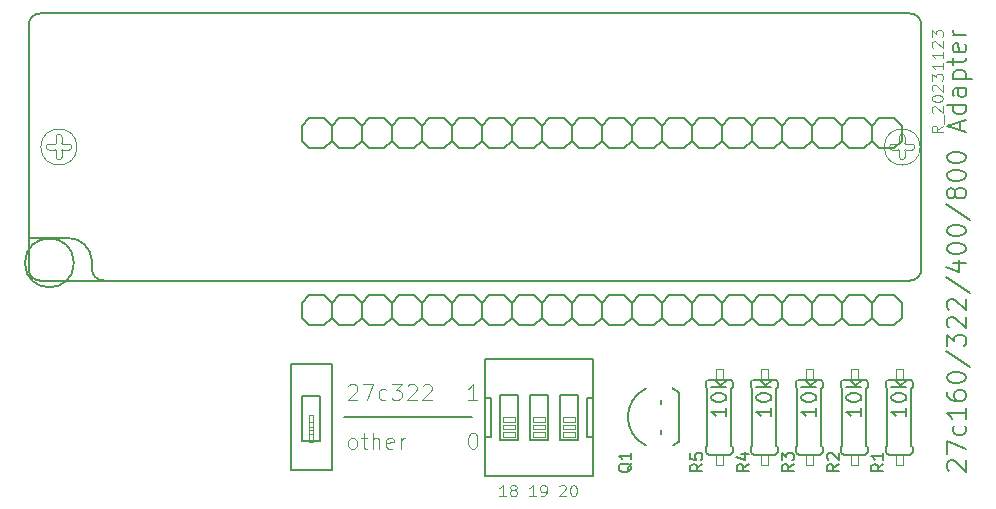
<source format=gto>
%TF.GenerationSoftware,KiCad,Pcbnew,7.0.8*%
%TF.CreationDate,2023-11-23T12:11:22-06:00*%
%TF.ProjectId,27C160_Adapter,32374331-3630-45f4-9164-61707465722e,rev?*%
%TF.SameCoordinates,Original*%
%TF.FileFunction,Legend,Top*%
%TF.FilePolarity,Positive*%
%FSLAX46Y46*%
G04 Gerber Fmt 4.6, Leading zero omitted, Abs format (unit mm)*
G04 Created by KiCad (PCBNEW 7.0.8) date 2023-11-23 12:11:22*
%MOMM*%
%LPD*%
G01*
G04 APERTURE LIST*
%ADD10C,0.150000*%
%ADD11C,0.081280*%
%ADD12C,0.113792*%
%ADD13C,0.134112*%
%ADD14C,0.127000*%
%ADD15C,0.152400*%
%ADD16C,0.066040*%
%ADD17C,0.101600*%
%ADD18C,0.203200*%
G04 APERTURE END LIST*
D10*
X135166100Y-118973600D02*
X145961100Y-118973600D01*
D11*
X185841210Y-94315944D02*
X185381591Y-94637677D01*
X185841210Y-94867487D02*
X184876010Y-94867487D01*
X184876010Y-94867487D02*
X184876010Y-94499792D01*
X184876010Y-94499792D02*
X184921972Y-94407868D01*
X184921972Y-94407868D02*
X184967934Y-94361906D01*
X184967934Y-94361906D02*
X185059858Y-94315944D01*
X185059858Y-94315944D02*
X185197744Y-94315944D01*
X185197744Y-94315944D02*
X185289668Y-94361906D01*
X185289668Y-94361906D02*
X185335629Y-94407868D01*
X185335629Y-94407868D02*
X185381591Y-94499792D01*
X185381591Y-94499792D02*
X185381591Y-94867487D01*
X185933134Y-94132097D02*
X185933134Y-93396706D01*
X184967934Y-93212859D02*
X184921972Y-93166897D01*
X184921972Y-93166897D02*
X184876010Y-93074973D01*
X184876010Y-93074973D02*
X184876010Y-92845164D01*
X184876010Y-92845164D02*
X184921972Y-92753240D01*
X184921972Y-92753240D02*
X184967934Y-92707278D01*
X184967934Y-92707278D02*
X185059858Y-92661316D01*
X185059858Y-92661316D02*
X185151782Y-92661316D01*
X185151782Y-92661316D02*
X185289668Y-92707278D01*
X185289668Y-92707278D02*
X185841210Y-93258821D01*
X185841210Y-93258821D02*
X185841210Y-92661316D01*
X184876010Y-92063811D02*
X184876010Y-91971888D01*
X184876010Y-91971888D02*
X184921972Y-91879964D01*
X184921972Y-91879964D02*
X184967934Y-91834002D01*
X184967934Y-91834002D02*
X185059858Y-91788040D01*
X185059858Y-91788040D02*
X185243706Y-91742078D01*
X185243706Y-91742078D02*
X185473515Y-91742078D01*
X185473515Y-91742078D02*
X185657363Y-91788040D01*
X185657363Y-91788040D02*
X185749287Y-91834002D01*
X185749287Y-91834002D02*
X185795249Y-91879964D01*
X185795249Y-91879964D02*
X185841210Y-91971888D01*
X185841210Y-91971888D02*
X185841210Y-92063811D01*
X185841210Y-92063811D02*
X185795249Y-92155735D01*
X185795249Y-92155735D02*
X185749287Y-92201697D01*
X185749287Y-92201697D02*
X185657363Y-92247659D01*
X185657363Y-92247659D02*
X185473515Y-92293621D01*
X185473515Y-92293621D02*
X185243706Y-92293621D01*
X185243706Y-92293621D02*
X185059858Y-92247659D01*
X185059858Y-92247659D02*
X184967934Y-92201697D01*
X184967934Y-92201697D02*
X184921972Y-92155735D01*
X184921972Y-92155735D02*
X184876010Y-92063811D01*
X184967934Y-91374383D02*
X184921972Y-91328421D01*
X184921972Y-91328421D02*
X184876010Y-91236497D01*
X184876010Y-91236497D02*
X184876010Y-91006688D01*
X184876010Y-91006688D02*
X184921972Y-90914764D01*
X184921972Y-90914764D02*
X184967934Y-90868802D01*
X184967934Y-90868802D02*
X185059858Y-90822840D01*
X185059858Y-90822840D02*
X185151782Y-90822840D01*
X185151782Y-90822840D02*
X185289668Y-90868802D01*
X185289668Y-90868802D02*
X185841210Y-91420345D01*
X185841210Y-91420345D02*
X185841210Y-90822840D01*
X184876010Y-90501107D02*
X184876010Y-89903602D01*
X184876010Y-89903602D02*
X185243706Y-90225335D01*
X185243706Y-90225335D02*
X185243706Y-90087450D01*
X185243706Y-90087450D02*
X185289668Y-89995526D01*
X185289668Y-89995526D02*
X185335629Y-89949564D01*
X185335629Y-89949564D02*
X185427553Y-89903602D01*
X185427553Y-89903602D02*
X185657363Y-89903602D01*
X185657363Y-89903602D02*
X185749287Y-89949564D01*
X185749287Y-89949564D02*
X185795249Y-89995526D01*
X185795249Y-89995526D02*
X185841210Y-90087450D01*
X185841210Y-90087450D02*
X185841210Y-90363221D01*
X185841210Y-90363221D02*
X185795249Y-90455145D01*
X185795249Y-90455145D02*
X185749287Y-90501107D01*
X185841210Y-88984364D02*
X185841210Y-89535907D01*
X185841210Y-89260135D02*
X184876010Y-89260135D01*
X184876010Y-89260135D02*
X185013896Y-89352059D01*
X185013896Y-89352059D02*
X185105820Y-89443983D01*
X185105820Y-89443983D02*
X185151782Y-89535907D01*
X185841210Y-88065126D02*
X185841210Y-88616669D01*
X185841210Y-88340897D02*
X184876010Y-88340897D01*
X184876010Y-88340897D02*
X185013896Y-88432821D01*
X185013896Y-88432821D02*
X185105820Y-88524745D01*
X185105820Y-88524745D02*
X185151782Y-88616669D01*
X184967934Y-87697431D02*
X184921972Y-87651469D01*
X184921972Y-87651469D02*
X184876010Y-87559545D01*
X184876010Y-87559545D02*
X184876010Y-87329736D01*
X184876010Y-87329736D02*
X184921972Y-87237812D01*
X184921972Y-87237812D02*
X184967934Y-87191850D01*
X184967934Y-87191850D02*
X185059858Y-87145888D01*
X185059858Y-87145888D02*
X185151782Y-87145888D01*
X185151782Y-87145888D02*
X185289668Y-87191850D01*
X185289668Y-87191850D02*
X185841210Y-87743393D01*
X185841210Y-87743393D02*
X185841210Y-87145888D01*
X184876010Y-86824155D02*
X184876010Y-86226650D01*
X184876010Y-86226650D02*
X185243706Y-86548383D01*
X185243706Y-86548383D02*
X185243706Y-86410498D01*
X185243706Y-86410498D02*
X185289668Y-86318574D01*
X185289668Y-86318574D02*
X185335629Y-86272612D01*
X185335629Y-86272612D02*
X185427553Y-86226650D01*
X185427553Y-86226650D02*
X185657363Y-86226650D01*
X185657363Y-86226650D02*
X185749287Y-86272612D01*
X185749287Y-86272612D02*
X185795249Y-86318574D01*
X185795249Y-86318574D02*
X185841210Y-86410498D01*
X185841210Y-86410498D02*
X185841210Y-86686269D01*
X185841210Y-86686269D02*
X185795249Y-86778193D01*
X185795249Y-86778193D02*
X185749287Y-86824155D01*
X151370441Y-125695534D02*
X150818898Y-125695534D01*
X151094670Y-125695534D02*
X151094670Y-124730334D01*
X151094670Y-124730334D02*
X151002746Y-124868220D01*
X151002746Y-124868220D02*
X150910822Y-124960144D01*
X150910822Y-124960144D02*
X150818898Y-125006106D01*
X151830060Y-125695534D02*
X152013908Y-125695534D01*
X152013908Y-125695534D02*
X152105831Y-125649573D01*
X152105831Y-125649573D02*
X152151793Y-125603611D01*
X152151793Y-125603611D02*
X152243717Y-125465725D01*
X152243717Y-125465725D02*
X152289679Y-125281877D01*
X152289679Y-125281877D02*
X152289679Y-124914182D01*
X152289679Y-124914182D02*
X152243717Y-124822258D01*
X152243717Y-124822258D02*
X152197755Y-124776296D01*
X152197755Y-124776296D02*
X152105831Y-124730334D01*
X152105831Y-124730334D02*
X151921984Y-124730334D01*
X151921984Y-124730334D02*
X151830060Y-124776296D01*
X151830060Y-124776296D02*
X151784098Y-124822258D01*
X151784098Y-124822258D02*
X151738136Y-124914182D01*
X151738136Y-124914182D02*
X151738136Y-125143992D01*
X151738136Y-125143992D02*
X151784098Y-125235915D01*
X151784098Y-125235915D02*
X151830060Y-125281877D01*
X151830060Y-125281877D02*
X151921984Y-125327839D01*
X151921984Y-125327839D02*
X152105831Y-125327839D01*
X152105831Y-125327839D02*
X152197755Y-125281877D01*
X152197755Y-125281877D02*
X152243717Y-125235915D01*
X152243717Y-125235915D02*
X152289679Y-125143992D01*
D12*
X135498349Y-116309725D02*
X135562696Y-116245378D01*
X135562696Y-116245378D02*
X135691389Y-116181031D01*
X135691389Y-116181031D02*
X136013123Y-116181031D01*
X136013123Y-116181031D02*
X136141816Y-116245378D01*
X136141816Y-116245378D02*
X136206163Y-116309725D01*
X136206163Y-116309725D02*
X136270509Y-116438418D01*
X136270509Y-116438418D02*
X136270509Y-116567111D01*
X136270509Y-116567111D02*
X136206163Y-116760151D01*
X136206163Y-116760151D02*
X135434003Y-117532311D01*
X135434003Y-117532311D02*
X136270509Y-117532311D01*
X136720936Y-116181031D02*
X137621789Y-116181031D01*
X137621789Y-116181031D02*
X137042669Y-117532311D01*
X138715682Y-117467965D02*
X138586989Y-117532311D01*
X138586989Y-117532311D02*
X138329602Y-117532311D01*
X138329602Y-117532311D02*
X138200909Y-117467965D01*
X138200909Y-117467965D02*
X138136562Y-117403618D01*
X138136562Y-117403618D02*
X138072215Y-117274925D01*
X138072215Y-117274925D02*
X138072215Y-116888845D01*
X138072215Y-116888845D02*
X138136562Y-116760151D01*
X138136562Y-116760151D02*
X138200909Y-116695805D01*
X138200909Y-116695805D02*
X138329602Y-116631458D01*
X138329602Y-116631458D02*
X138586989Y-116631458D01*
X138586989Y-116631458D02*
X138715682Y-116695805D01*
X139166109Y-116181031D02*
X140002615Y-116181031D01*
X140002615Y-116181031D02*
X139552189Y-116695805D01*
X139552189Y-116695805D02*
X139745229Y-116695805D01*
X139745229Y-116695805D02*
X139873922Y-116760151D01*
X139873922Y-116760151D02*
X139938269Y-116824498D01*
X139938269Y-116824498D02*
X140002615Y-116953191D01*
X140002615Y-116953191D02*
X140002615Y-117274925D01*
X140002615Y-117274925D02*
X139938269Y-117403618D01*
X139938269Y-117403618D02*
X139873922Y-117467965D01*
X139873922Y-117467965D02*
X139745229Y-117532311D01*
X139745229Y-117532311D02*
X139359149Y-117532311D01*
X139359149Y-117532311D02*
X139230455Y-117467965D01*
X139230455Y-117467965D02*
X139166109Y-117403618D01*
X140517388Y-116309725D02*
X140581735Y-116245378D01*
X140581735Y-116245378D02*
X140710428Y-116181031D01*
X140710428Y-116181031D02*
X141032162Y-116181031D01*
X141032162Y-116181031D02*
X141160855Y-116245378D01*
X141160855Y-116245378D02*
X141225202Y-116309725D01*
X141225202Y-116309725D02*
X141289548Y-116438418D01*
X141289548Y-116438418D02*
X141289548Y-116567111D01*
X141289548Y-116567111D02*
X141225202Y-116760151D01*
X141225202Y-116760151D02*
X140453042Y-117532311D01*
X140453042Y-117532311D02*
X141289548Y-117532311D01*
X141804321Y-116309725D02*
X141868668Y-116245378D01*
X141868668Y-116245378D02*
X141997361Y-116181031D01*
X141997361Y-116181031D02*
X142319095Y-116181031D01*
X142319095Y-116181031D02*
X142447788Y-116245378D01*
X142447788Y-116245378D02*
X142512135Y-116309725D01*
X142512135Y-116309725D02*
X142576481Y-116438418D01*
X142576481Y-116438418D02*
X142576481Y-116567111D01*
X142576481Y-116567111D02*
X142512135Y-116760151D01*
X142512135Y-116760151D02*
X141739975Y-117532311D01*
X141739975Y-117532311D02*
X142576481Y-117532311D01*
D11*
X148830441Y-125695534D02*
X148278898Y-125695534D01*
X148554670Y-125695534D02*
X148554670Y-124730334D01*
X148554670Y-124730334D02*
X148462746Y-124868220D01*
X148462746Y-124868220D02*
X148370822Y-124960144D01*
X148370822Y-124960144D02*
X148278898Y-125006106D01*
X149381984Y-125143992D02*
X149290060Y-125098030D01*
X149290060Y-125098030D02*
X149244098Y-125052068D01*
X149244098Y-125052068D02*
X149198136Y-124960144D01*
X149198136Y-124960144D02*
X149198136Y-124914182D01*
X149198136Y-124914182D02*
X149244098Y-124822258D01*
X149244098Y-124822258D02*
X149290060Y-124776296D01*
X149290060Y-124776296D02*
X149381984Y-124730334D01*
X149381984Y-124730334D02*
X149565831Y-124730334D01*
X149565831Y-124730334D02*
X149657755Y-124776296D01*
X149657755Y-124776296D02*
X149703717Y-124822258D01*
X149703717Y-124822258D02*
X149749679Y-124914182D01*
X149749679Y-124914182D02*
X149749679Y-124960144D01*
X149749679Y-124960144D02*
X149703717Y-125052068D01*
X149703717Y-125052068D02*
X149657755Y-125098030D01*
X149657755Y-125098030D02*
X149565831Y-125143992D01*
X149565831Y-125143992D02*
X149381984Y-125143992D01*
X149381984Y-125143992D02*
X149290060Y-125189953D01*
X149290060Y-125189953D02*
X149244098Y-125235915D01*
X149244098Y-125235915D02*
X149198136Y-125327839D01*
X149198136Y-125327839D02*
X149198136Y-125511687D01*
X149198136Y-125511687D02*
X149244098Y-125603611D01*
X149244098Y-125603611D02*
X149290060Y-125649573D01*
X149290060Y-125649573D02*
X149381984Y-125695534D01*
X149381984Y-125695534D02*
X149565831Y-125695534D01*
X149565831Y-125695534D02*
X149657755Y-125649573D01*
X149657755Y-125649573D02*
X149703717Y-125603611D01*
X149703717Y-125603611D02*
X149749679Y-125511687D01*
X149749679Y-125511687D02*
X149749679Y-125327839D01*
X149749679Y-125327839D02*
X149703717Y-125235915D01*
X149703717Y-125235915D02*
X149657755Y-125189953D01*
X149657755Y-125189953D02*
X149565831Y-125143992D01*
D12*
X135755736Y-121653308D02*
X135627043Y-121588962D01*
X135627043Y-121588962D02*
X135562696Y-121524615D01*
X135562696Y-121524615D02*
X135498349Y-121395922D01*
X135498349Y-121395922D02*
X135498349Y-121009842D01*
X135498349Y-121009842D02*
X135562696Y-120881148D01*
X135562696Y-120881148D02*
X135627043Y-120816802D01*
X135627043Y-120816802D02*
X135755736Y-120752455D01*
X135755736Y-120752455D02*
X135948776Y-120752455D01*
X135948776Y-120752455D02*
X136077469Y-120816802D01*
X136077469Y-120816802D02*
X136141816Y-120881148D01*
X136141816Y-120881148D02*
X136206163Y-121009842D01*
X136206163Y-121009842D02*
X136206163Y-121395922D01*
X136206163Y-121395922D02*
X136141816Y-121524615D01*
X136141816Y-121524615D02*
X136077469Y-121588962D01*
X136077469Y-121588962D02*
X135948776Y-121653308D01*
X135948776Y-121653308D02*
X135755736Y-121653308D01*
X136592243Y-120752455D02*
X137107016Y-120752455D01*
X136785283Y-120302028D02*
X136785283Y-121460268D01*
X136785283Y-121460268D02*
X136849630Y-121588962D01*
X136849630Y-121588962D02*
X136978323Y-121653308D01*
X136978323Y-121653308D02*
X137107016Y-121653308D01*
X137557443Y-121653308D02*
X137557443Y-120302028D01*
X138136563Y-121653308D02*
X138136563Y-120945495D01*
X138136563Y-120945495D02*
X138072216Y-120816802D01*
X138072216Y-120816802D02*
X137943523Y-120752455D01*
X137943523Y-120752455D02*
X137750483Y-120752455D01*
X137750483Y-120752455D02*
X137621790Y-120816802D01*
X137621790Y-120816802D02*
X137557443Y-120881148D01*
X139294803Y-121588962D02*
X139166110Y-121653308D01*
X139166110Y-121653308D02*
X138908723Y-121653308D01*
X138908723Y-121653308D02*
X138780030Y-121588962D01*
X138780030Y-121588962D02*
X138715683Y-121460268D01*
X138715683Y-121460268D02*
X138715683Y-120945495D01*
X138715683Y-120945495D02*
X138780030Y-120816802D01*
X138780030Y-120816802D02*
X138908723Y-120752455D01*
X138908723Y-120752455D02*
X139166110Y-120752455D01*
X139166110Y-120752455D02*
X139294803Y-120816802D01*
X139294803Y-120816802D02*
X139359150Y-120945495D01*
X139359150Y-120945495D02*
X139359150Y-121074188D01*
X139359150Y-121074188D02*
X138715683Y-121202882D01*
X139938270Y-121653308D02*
X139938270Y-120752455D01*
X139938270Y-121009842D02*
X140002617Y-120881148D01*
X140002617Y-120881148D02*
X140066963Y-120816802D01*
X140066963Y-120816802D02*
X140195657Y-120752455D01*
X140195657Y-120752455D02*
X140324350Y-120752455D01*
X146430509Y-117532311D02*
X145658349Y-117532311D01*
X146044429Y-117532311D02*
X146044429Y-116181031D01*
X146044429Y-116181031D02*
X145915736Y-116374071D01*
X145915736Y-116374071D02*
X145787043Y-116502765D01*
X145787043Y-116502765D02*
X145658349Y-116567111D01*
D11*
X153358898Y-124822258D02*
X153404860Y-124776296D01*
X153404860Y-124776296D02*
X153496784Y-124730334D01*
X153496784Y-124730334D02*
X153726593Y-124730334D01*
X153726593Y-124730334D02*
X153818517Y-124776296D01*
X153818517Y-124776296D02*
X153864479Y-124822258D01*
X153864479Y-124822258D02*
X153910441Y-124914182D01*
X153910441Y-124914182D02*
X153910441Y-125006106D01*
X153910441Y-125006106D02*
X153864479Y-125143992D01*
X153864479Y-125143992D02*
X153312936Y-125695534D01*
X153312936Y-125695534D02*
X153910441Y-125695534D01*
X154507946Y-124730334D02*
X154599869Y-124730334D01*
X154599869Y-124730334D02*
X154691793Y-124776296D01*
X154691793Y-124776296D02*
X154737755Y-124822258D01*
X154737755Y-124822258D02*
X154783717Y-124914182D01*
X154783717Y-124914182D02*
X154829679Y-125098030D01*
X154829679Y-125098030D02*
X154829679Y-125327839D01*
X154829679Y-125327839D02*
X154783717Y-125511687D01*
X154783717Y-125511687D02*
X154737755Y-125603611D01*
X154737755Y-125603611D02*
X154691793Y-125649573D01*
X154691793Y-125649573D02*
X154599869Y-125695534D01*
X154599869Y-125695534D02*
X154507946Y-125695534D01*
X154507946Y-125695534D02*
X154416022Y-125649573D01*
X154416022Y-125649573D02*
X154370060Y-125603611D01*
X154370060Y-125603611D02*
X154324098Y-125511687D01*
X154324098Y-125511687D02*
X154278136Y-125327839D01*
X154278136Y-125327839D02*
X154278136Y-125098030D01*
X154278136Y-125098030D02*
X154324098Y-124914182D01*
X154324098Y-124914182D02*
X154370060Y-124822258D01*
X154370060Y-124822258D02*
X154416022Y-124776296D01*
X154416022Y-124776296D02*
X154507946Y-124730334D01*
D13*
X186317219Y-123524424D02*
X186241382Y-123448587D01*
X186241382Y-123448587D02*
X186165545Y-123296913D01*
X186165545Y-123296913D02*
X186165545Y-122917727D01*
X186165545Y-122917727D02*
X186241382Y-122766053D01*
X186241382Y-122766053D02*
X186317219Y-122690215D01*
X186317219Y-122690215D02*
X186468893Y-122614378D01*
X186468893Y-122614378D02*
X186620568Y-122614378D01*
X186620568Y-122614378D02*
X186848079Y-122690215D01*
X186848079Y-122690215D02*
X187758125Y-123600261D01*
X187758125Y-123600261D02*
X187758125Y-122614378D01*
X186165545Y-122083518D02*
X186165545Y-121021798D01*
X186165545Y-121021798D02*
X187758125Y-121704332D01*
X187682288Y-119732567D02*
X187758125Y-119884241D01*
X187758125Y-119884241D02*
X187758125Y-120187589D01*
X187758125Y-120187589D02*
X187682288Y-120339264D01*
X187682288Y-120339264D02*
X187606450Y-120415101D01*
X187606450Y-120415101D02*
X187454776Y-120490938D01*
X187454776Y-120490938D02*
X186999753Y-120490938D01*
X186999753Y-120490938D02*
X186848079Y-120415101D01*
X186848079Y-120415101D02*
X186772242Y-120339264D01*
X186772242Y-120339264D02*
X186696405Y-120187589D01*
X186696405Y-120187589D02*
X186696405Y-119884241D01*
X186696405Y-119884241D02*
X186772242Y-119732567D01*
X187758125Y-118215823D02*
X187758125Y-119125869D01*
X187758125Y-118670846D02*
X186165545Y-118670846D01*
X186165545Y-118670846D02*
X186393056Y-118822520D01*
X186393056Y-118822520D02*
X186544730Y-118974195D01*
X186544730Y-118974195D02*
X186620568Y-119125869D01*
X186165545Y-116850755D02*
X186165545Y-117154103D01*
X186165545Y-117154103D02*
X186241382Y-117305777D01*
X186241382Y-117305777D02*
X186317219Y-117381615D01*
X186317219Y-117381615D02*
X186544730Y-117533289D01*
X186544730Y-117533289D02*
X186848079Y-117609126D01*
X186848079Y-117609126D02*
X187454776Y-117609126D01*
X187454776Y-117609126D02*
X187606450Y-117533289D01*
X187606450Y-117533289D02*
X187682288Y-117457452D01*
X187682288Y-117457452D02*
X187758125Y-117305777D01*
X187758125Y-117305777D02*
X187758125Y-117002429D01*
X187758125Y-117002429D02*
X187682288Y-116850755D01*
X187682288Y-116850755D02*
X187606450Y-116774917D01*
X187606450Y-116774917D02*
X187454776Y-116699080D01*
X187454776Y-116699080D02*
X187075590Y-116699080D01*
X187075590Y-116699080D02*
X186923916Y-116774917D01*
X186923916Y-116774917D02*
X186848079Y-116850755D01*
X186848079Y-116850755D02*
X186772242Y-117002429D01*
X186772242Y-117002429D02*
X186772242Y-117305777D01*
X186772242Y-117305777D02*
X186848079Y-117457452D01*
X186848079Y-117457452D02*
X186923916Y-117533289D01*
X186923916Y-117533289D02*
X187075590Y-117609126D01*
X186165545Y-115713197D02*
X186165545Y-115561523D01*
X186165545Y-115561523D02*
X186241382Y-115409849D01*
X186241382Y-115409849D02*
X186317219Y-115334012D01*
X186317219Y-115334012D02*
X186468893Y-115258174D01*
X186468893Y-115258174D02*
X186772242Y-115182337D01*
X186772242Y-115182337D02*
X187151428Y-115182337D01*
X187151428Y-115182337D02*
X187454776Y-115258174D01*
X187454776Y-115258174D02*
X187606450Y-115334012D01*
X187606450Y-115334012D02*
X187682288Y-115409849D01*
X187682288Y-115409849D02*
X187758125Y-115561523D01*
X187758125Y-115561523D02*
X187758125Y-115713197D01*
X187758125Y-115713197D02*
X187682288Y-115864872D01*
X187682288Y-115864872D02*
X187606450Y-115940709D01*
X187606450Y-115940709D02*
X187454776Y-116016546D01*
X187454776Y-116016546D02*
X187151428Y-116092383D01*
X187151428Y-116092383D02*
X186772242Y-116092383D01*
X186772242Y-116092383D02*
X186468893Y-116016546D01*
X186468893Y-116016546D02*
X186317219Y-115940709D01*
X186317219Y-115940709D02*
X186241382Y-115864872D01*
X186241382Y-115864872D02*
X186165545Y-115713197D01*
X186089708Y-113362246D02*
X188137310Y-114727314D01*
X186165545Y-112983060D02*
X186165545Y-111997177D01*
X186165545Y-111997177D02*
X186772242Y-112528037D01*
X186772242Y-112528037D02*
X186772242Y-112300526D01*
X186772242Y-112300526D02*
X186848079Y-112148852D01*
X186848079Y-112148852D02*
X186923916Y-112073014D01*
X186923916Y-112073014D02*
X187075590Y-111997177D01*
X187075590Y-111997177D02*
X187454776Y-111997177D01*
X187454776Y-111997177D02*
X187606450Y-112073014D01*
X187606450Y-112073014D02*
X187682288Y-112148852D01*
X187682288Y-112148852D02*
X187758125Y-112300526D01*
X187758125Y-112300526D02*
X187758125Y-112755549D01*
X187758125Y-112755549D02*
X187682288Y-112907223D01*
X187682288Y-112907223D02*
X187606450Y-112983060D01*
X186317219Y-111390480D02*
X186241382Y-111314643D01*
X186241382Y-111314643D02*
X186165545Y-111162969D01*
X186165545Y-111162969D02*
X186165545Y-110783783D01*
X186165545Y-110783783D02*
X186241382Y-110632109D01*
X186241382Y-110632109D02*
X186317219Y-110556271D01*
X186317219Y-110556271D02*
X186468893Y-110480434D01*
X186468893Y-110480434D02*
X186620568Y-110480434D01*
X186620568Y-110480434D02*
X186848079Y-110556271D01*
X186848079Y-110556271D02*
X187758125Y-111466317D01*
X187758125Y-111466317D02*
X187758125Y-110480434D01*
X186317219Y-109873737D02*
X186241382Y-109797900D01*
X186241382Y-109797900D02*
X186165545Y-109646226D01*
X186165545Y-109646226D02*
X186165545Y-109267040D01*
X186165545Y-109267040D02*
X186241382Y-109115366D01*
X186241382Y-109115366D02*
X186317219Y-109039528D01*
X186317219Y-109039528D02*
X186468893Y-108963691D01*
X186468893Y-108963691D02*
X186620568Y-108963691D01*
X186620568Y-108963691D02*
X186848079Y-109039528D01*
X186848079Y-109039528D02*
X187758125Y-109949574D01*
X187758125Y-109949574D02*
X187758125Y-108963691D01*
X186089708Y-107143600D02*
X188137310Y-108508668D01*
X186696405Y-105930206D02*
X187758125Y-105930206D01*
X186089708Y-106309391D02*
X187227265Y-106688577D01*
X187227265Y-106688577D02*
X187227265Y-105702694D01*
X186165545Y-104792648D02*
X186165545Y-104640974D01*
X186165545Y-104640974D02*
X186241382Y-104489300D01*
X186241382Y-104489300D02*
X186317219Y-104413463D01*
X186317219Y-104413463D02*
X186468893Y-104337625D01*
X186468893Y-104337625D02*
X186772242Y-104261788D01*
X186772242Y-104261788D02*
X187151428Y-104261788D01*
X187151428Y-104261788D02*
X187454776Y-104337625D01*
X187454776Y-104337625D02*
X187606450Y-104413463D01*
X187606450Y-104413463D02*
X187682288Y-104489300D01*
X187682288Y-104489300D02*
X187758125Y-104640974D01*
X187758125Y-104640974D02*
X187758125Y-104792648D01*
X187758125Y-104792648D02*
X187682288Y-104944323D01*
X187682288Y-104944323D02*
X187606450Y-105020160D01*
X187606450Y-105020160D02*
X187454776Y-105095997D01*
X187454776Y-105095997D02*
X187151428Y-105171834D01*
X187151428Y-105171834D02*
X186772242Y-105171834D01*
X186772242Y-105171834D02*
X186468893Y-105095997D01*
X186468893Y-105095997D02*
X186317219Y-105020160D01*
X186317219Y-105020160D02*
X186241382Y-104944323D01*
X186241382Y-104944323D02*
X186165545Y-104792648D01*
X186165545Y-103275905D02*
X186165545Y-103124231D01*
X186165545Y-103124231D02*
X186241382Y-102972557D01*
X186241382Y-102972557D02*
X186317219Y-102896720D01*
X186317219Y-102896720D02*
X186468893Y-102820882D01*
X186468893Y-102820882D02*
X186772242Y-102745045D01*
X186772242Y-102745045D02*
X187151428Y-102745045D01*
X187151428Y-102745045D02*
X187454776Y-102820882D01*
X187454776Y-102820882D02*
X187606450Y-102896720D01*
X187606450Y-102896720D02*
X187682288Y-102972557D01*
X187682288Y-102972557D02*
X187758125Y-103124231D01*
X187758125Y-103124231D02*
X187758125Y-103275905D01*
X187758125Y-103275905D02*
X187682288Y-103427580D01*
X187682288Y-103427580D02*
X187606450Y-103503417D01*
X187606450Y-103503417D02*
X187454776Y-103579254D01*
X187454776Y-103579254D02*
X187151428Y-103655091D01*
X187151428Y-103655091D02*
X186772242Y-103655091D01*
X186772242Y-103655091D02*
X186468893Y-103579254D01*
X186468893Y-103579254D02*
X186317219Y-103503417D01*
X186317219Y-103503417D02*
X186241382Y-103427580D01*
X186241382Y-103427580D02*
X186165545Y-103275905D01*
X186089708Y-100924954D02*
X188137310Y-102290022D01*
X186848079Y-100166582D02*
X186772242Y-100318257D01*
X186772242Y-100318257D02*
X186696405Y-100394094D01*
X186696405Y-100394094D02*
X186544730Y-100469931D01*
X186544730Y-100469931D02*
X186468893Y-100469931D01*
X186468893Y-100469931D02*
X186317219Y-100394094D01*
X186317219Y-100394094D02*
X186241382Y-100318257D01*
X186241382Y-100318257D02*
X186165545Y-100166582D01*
X186165545Y-100166582D02*
X186165545Y-99863234D01*
X186165545Y-99863234D02*
X186241382Y-99711560D01*
X186241382Y-99711560D02*
X186317219Y-99635722D01*
X186317219Y-99635722D02*
X186468893Y-99559885D01*
X186468893Y-99559885D02*
X186544730Y-99559885D01*
X186544730Y-99559885D02*
X186696405Y-99635722D01*
X186696405Y-99635722D02*
X186772242Y-99711560D01*
X186772242Y-99711560D02*
X186848079Y-99863234D01*
X186848079Y-99863234D02*
X186848079Y-100166582D01*
X186848079Y-100166582D02*
X186923916Y-100318257D01*
X186923916Y-100318257D02*
X186999753Y-100394094D01*
X186999753Y-100394094D02*
X187151428Y-100469931D01*
X187151428Y-100469931D02*
X187454776Y-100469931D01*
X187454776Y-100469931D02*
X187606450Y-100394094D01*
X187606450Y-100394094D02*
X187682288Y-100318257D01*
X187682288Y-100318257D02*
X187758125Y-100166582D01*
X187758125Y-100166582D02*
X187758125Y-99863234D01*
X187758125Y-99863234D02*
X187682288Y-99711560D01*
X187682288Y-99711560D02*
X187606450Y-99635722D01*
X187606450Y-99635722D02*
X187454776Y-99559885D01*
X187454776Y-99559885D02*
X187151428Y-99559885D01*
X187151428Y-99559885D02*
X186999753Y-99635722D01*
X186999753Y-99635722D02*
X186923916Y-99711560D01*
X186923916Y-99711560D02*
X186848079Y-99863234D01*
X186165545Y-98574002D02*
X186165545Y-98422328D01*
X186165545Y-98422328D02*
X186241382Y-98270654D01*
X186241382Y-98270654D02*
X186317219Y-98194817D01*
X186317219Y-98194817D02*
X186468893Y-98118979D01*
X186468893Y-98118979D02*
X186772242Y-98043142D01*
X186772242Y-98043142D02*
X187151428Y-98043142D01*
X187151428Y-98043142D02*
X187454776Y-98118979D01*
X187454776Y-98118979D02*
X187606450Y-98194817D01*
X187606450Y-98194817D02*
X187682288Y-98270654D01*
X187682288Y-98270654D02*
X187758125Y-98422328D01*
X187758125Y-98422328D02*
X187758125Y-98574002D01*
X187758125Y-98574002D02*
X187682288Y-98725677D01*
X187682288Y-98725677D02*
X187606450Y-98801514D01*
X187606450Y-98801514D02*
X187454776Y-98877351D01*
X187454776Y-98877351D02*
X187151428Y-98953188D01*
X187151428Y-98953188D02*
X186772242Y-98953188D01*
X186772242Y-98953188D02*
X186468893Y-98877351D01*
X186468893Y-98877351D02*
X186317219Y-98801514D01*
X186317219Y-98801514D02*
X186241382Y-98725677D01*
X186241382Y-98725677D02*
X186165545Y-98574002D01*
X186165545Y-97057259D02*
X186165545Y-96905585D01*
X186165545Y-96905585D02*
X186241382Y-96753911D01*
X186241382Y-96753911D02*
X186317219Y-96678074D01*
X186317219Y-96678074D02*
X186468893Y-96602236D01*
X186468893Y-96602236D02*
X186772242Y-96526399D01*
X186772242Y-96526399D02*
X187151428Y-96526399D01*
X187151428Y-96526399D02*
X187454776Y-96602236D01*
X187454776Y-96602236D02*
X187606450Y-96678074D01*
X187606450Y-96678074D02*
X187682288Y-96753911D01*
X187682288Y-96753911D02*
X187758125Y-96905585D01*
X187758125Y-96905585D02*
X187758125Y-97057259D01*
X187758125Y-97057259D02*
X187682288Y-97208934D01*
X187682288Y-97208934D02*
X187606450Y-97284771D01*
X187606450Y-97284771D02*
X187454776Y-97360608D01*
X187454776Y-97360608D02*
X187151428Y-97436445D01*
X187151428Y-97436445D02*
X186772242Y-97436445D01*
X186772242Y-97436445D02*
X186468893Y-97360608D01*
X186468893Y-97360608D02*
X186317219Y-97284771D01*
X186317219Y-97284771D02*
X186241382Y-97208934D01*
X186241382Y-97208934D02*
X186165545Y-97057259D01*
X187303102Y-94706308D02*
X187303102Y-93947937D01*
X187758125Y-94857982D02*
X186165545Y-94327122D01*
X186165545Y-94327122D02*
X187758125Y-93796262D01*
X187758125Y-92582868D02*
X186165545Y-92582868D01*
X187682288Y-92582868D02*
X187758125Y-92734542D01*
X187758125Y-92734542D02*
X187758125Y-93037890D01*
X187758125Y-93037890D02*
X187682288Y-93189565D01*
X187682288Y-93189565D02*
X187606450Y-93265402D01*
X187606450Y-93265402D02*
X187454776Y-93341239D01*
X187454776Y-93341239D02*
X186999753Y-93341239D01*
X186999753Y-93341239D02*
X186848079Y-93265402D01*
X186848079Y-93265402D02*
X186772242Y-93189565D01*
X186772242Y-93189565D02*
X186696405Y-93037890D01*
X186696405Y-93037890D02*
X186696405Y-92734542D01*
X186696405Y-92734542D02*
X186772242Y-92582868D01*
X187758125Y-91141962D02*
X186923916Y-91141962D01*
X186923916Y-91141962D02*
X186772242Y-91217799D01*
X186772242Y-91217799D02*
X186696405Y-91369473D01*
X186696405Y-91369473D02*
X186696405Y-91672822D01*
X186696405Y-91672822D02*
X186772242Y-91824496D01*
X187682288Y-91141962D02*
X187758125Y-91293636D01*
X187758125Y-91293636D02*
X187758125Y-91672822D01*
X187758125Y-91672822D02*
X187682288Y-91824496D01*
X187682288Y-91824496D02*
X187530613Y-91900333D01*
X187530613Y-91900333D02*
X187378939Y-91900333D01*
X187378939Y-91900333D02*
X187227265Y-91824496D01*
X187227265Y-91824496D02*
X187151428Y-91672822D01*
X187151428Y-91672822D02*
X187151428Y-91293636D01*
X187151428Y-91293636D02*
X187075590Y-91141962D01*
X186696405Y-90383590D02*
X188288985Y-90383590D01*
X186772242Y-90383590D02*
X186696405Y-90231916D01*
X186696405Y-90231916D02*
X186696405Y-89928567D01*
X186696405Y-89928567D02*
X186772242Y-89776893D01*
X186772242Y-89776893D02*
X186848079Y-89701056D01*
X186848079Y-89701056D02*
X186999753Y-89625218D01*
X186999753Y-89625218D02*
X187454776Y-89625218D01*
X187454776Y-89625218D02*
X187606450Y-89701056D01*
X187606450Y-89701056D02*
X187682288Y-89776893D01*
X187682288Y-89776893D02*
X187758125Y-89928567D01*
X187758125Y-89928567D02*
X187758125Y-90231916D01*
X187758125Y-90231916D02*
X187682288Y-90383590D01*
X186696405Y-89170195D02*
X186696405Y-88563498D01*
X186165545Y-88942684D02*
X187530613Y-88942684D01*
X187530613Y-88942684D02*
X187682288Y-88866847D01*
X187682288Y-88866847D02*
X187758125Y-88715172D01*
X187758125Y-88715172D02*
X187758125Y-88563498D01*
X187682288Y-87425941D02*
X187758125Y-87577615D01*
X187758125Y-87577615D02*
X187758125Y-87880964D01*
X187758125Y-87880964D02*
X187682288Y-88032638D01*
X187682288Y-88032638D02*
X187530613Y-88108475D01*
X187530613Y-88108475D02*
X186923916Y-88108475D01*
X186923916Y-88108475D02*
X186772242Y-88032638D01*
X186772242Y-88032638D02*
X186696405Y-87880964D01*
X186696405Y-87880964D02*
X186696405Y-87577615D01*
X186696405Y-87577615D02*
X186772242Y-87425941D01*
X186772242Y-87425941D02*
X186923916Y-87350104D01*
X186923916Y-87350104D02*
X187075590Y-87350104D01*
X187075590Y-87350104D02*
X187227265Y-88108475D01*
X187758125Y-86667569D02*
X186696405Y-86667569D01*
X186999753Y-86667569D02*
X186848079Y-86591732D01*
X186848079Y-86591732D02*
X186772242Y-86515895D01*
X186772242Y-86515895D02*
X186696405Y-86364220D01*
X186696405Y-86364220D02*
X186696405Y-86212546D01*
D12*
X145980083Y-120302028D02*
X146108776Y-120302028D01*
X146108776Y-120302028D02*
X146237469Y-120366375D01*
X146237469Y-120366375D02*
X146301816Y-120430722D01*
X146301816Y-120430722D02*
X146366163Y-120559415D01*
X146366163Y-120559415D02*
X146430509Y-120816802D01*
X146430509Y-120816802D02*
X146430509Y-121138535D01*
X146430509Y-121138535D02*
X146366163Y-121395922D01*
X146366163Y-121395922D02*
X146301816Y-121524615D01*
X146301816Y-121524615D02*
X146237469Y-121588962D01*
X146237469Y-121588962D02*
X146108776Y-121653308D01*
X146108776Y-121653308D02*
X145980083Y-121653308D01*
X145980083Y-121653308D02*
X145851389Y-121588962D01*
X145851389Y-121588962D02*
X145787043Y-121524615D01*
X145787043Y-121524615D02*
X145722696Y-121395922D01*
X145722696Y-121395922D02*
X145658349Y-121138535D01*
X145658349Y-121138535D02*
X145658349Y-120816802D01*
X145658349Y-120816802D02*
X145722696Y-120559415D01*
X145722696Y-120559415D02*
X145787043Y-120430722D01*
X145787043Y-120430722D02*
X145851389Y-120366375D01*
X145851389Y-120366375D02*
X145980083Y-120302028D01*
D10*
X180784819Y-122966667D02*
X180308628Y-123300000D01*
X180784819Y-123538095D02*
X179784819Y-123538095D01*
X179784819Y-123538095D02*
X179784819Y-123157143D01*
X179784819Y-123157143D02*
X179832438Y-123061905D01*
X179832438Y-123061905D02*
X179880057Y-123014286D01*
X179880057Y-123014286D02*
X179975295Y-122966667D01*
X179975295Y-122966667D02*
X180118152Y-122966667D01*
X180118152Y-122966667D02*
X180213390Y-123014286D01*
X180213390Y-123014286D02*
X180261009Y-123061905D01*
X180261009Y-123061905D02*
X180308628Y-123157143D01*
X180308628Y-123157143D02*
X180308628Y-123538095D01*
X180784819Y-122014286D02*
X180784819Y-122585714D01*
X180784819Y-122300000D02*
X179784819Y-122300000D01*
X179784819Y-122300000D02*
X179927676Y-122395238D01*
X179927676Y-122395238D02*
X180022914Y-122490476D01*
X180022914Y-122490476D02*
X180070533Y-122585714D01*
D14*
X182736922Y-118180551D02*
X182736922Y-118906266D01*
X182736922Y-118543409D02*
X181466922Y-118543409D01*
X181466922Y-118543409D02*
X181648350Y-118664361D01*
X181648350Y-118664361D02*
X181769303Y-118785313D01*
X181769303Y-118785313D02*
X181829779Y-118906266D01*
X181466922Y-117394361D02*
X181466922Y-117273408D01*
X181466922Y-117273408D02*
X181527398Y-117152456D01*
X181527398Y-117152456D02*
X181587874Y-117091980D01*
X181587874Y-117091980D02*
X181708826Y-117031504D01*
X181708826Y-117031504D02*
X181950731Y-116971027D01*
X181950731Y-116971027D02*
X182253112Y-116971027D01*
X182253112Y-116971027D02*
X182495017Y-117031504D01*
X182495017Y-117031504D02*
X182615969Y-117091980D01*
X182615969Y-117091980D02*
X182676446Y-117152456D01*
X182676446Y-117152456D02*
X182736922Y-117273408D01*
X182736922Y-117273408D02*
X182736922Y-117394361D01*
X182736922Y-117394361D02*
X182676446Y-117515313D01*
X182676446Y-117515313D02*
X182615969Y-117575789D01*
X182615969Y-117575789D02*
X182495017Y-117636266D01*
X182495017Y-117636266D02*
X182253112Y-117696742D01*
X182253112Y-117696742D02*
X181950731Y-117696742D01*
X181950731Y-117696742D02*
X181708826Y-117636266D01*
X181708826Y-117636266D02*
X181587874Y-117575789D01*
X181587874Y-117575789D02*
X181527398Y-117515313D01*
X181527398Y-117515313D02*
X181466922Y-117394361D01*
X182736922Y-116426742D02*
X181466922Y-116426742D01*
X182253112Y-116305789D02*
X182736922Y-115942932D01*
X181890255Y-115942932D02*
X182374065Y-116426742D01*
D10*
X177034819Y-122966667D02*
X176558628Y-123300000D01*
X177034819Y-123538095D02*
X176034819Y-123538095D01*
X176034819Y-123538095D02*
X176034819Y-123157143D01*
X176034819Y-123157143D02*
X176082438Y-123061905D01*
X176082438Y-123061905D02*
X176130057Y-123014286D01*
X176130057Y-123014286D02*
X176225295Y-122966667D01*
X176225295Y-122966667D02*
X176368152Y-122966667D01*
X176368152Y-122966667D02*
X176463390Y-123014286D01*
X176463390Y-123014286D02*
X176511009Y-123061905D01*
X176511009Y-123061905D02*
X176558628Y-123157143D01*
X176558628Y-123157143D02*
X176558628Y-123538095D01*
X176130057Y-122585714D02*
X176082438Y-122538095D01*
X176082438Y-122538095D02*
X176034819Y-122442857D01*
X176034819Y-122442857D02*
X176034819Y-122204762D01*
X176034819Y-122204762D02*
X176082438Y-122109524D01*
X176082438Y-122109524D02*
X176130057Y-122061905D01*
X176130057Y-122061905D02*
X176225295Y-122014286D01*
X176225295Y-122014286D02*
X176320533Y-122014286D01*
X176320533Y-122014286D02*
X176463390Y-122061905D01*
X176463390Y-122061905D02*
X177034819Y-122633333D01*
X177034819Y-122633333D02*
X177034819Y-122014286D01*
D14*
X178926922Y-118180551D02*
X178926922Y-118906266D01*
X178926922Y-118543409D02*
X177656922Y-118543409D01*
X177656922Y-118543409D02*
X177838350Y-118664361D01*
X177838350Y-118664361D02*
X177959303Y-118785313D01*
X177959303Y-118785313D02*
X178019779Y-118906266D01*
X177656922Y-117394361D02*
X177656922Y-117273408D01*
X177656922Y-117273408D02*
X177717398Y-117152456D01*
X177717398Y-117152456D02*
X177777874Y-117091980D01*
X177777874Y-117091980D02*
X177898826Y-117031504D01*
X177898826Y-117031504D02*
X178140731Y-116971027D01*
X178140731Y-116971027D02*
X178443112Y-116971027D01*
X178443112Y-116971027D02*
X178685017Y-117031504D01*
X178685017Y-117031504D02*
X178805969Y-117091980D01*
X178805969Y-117091980D02*
X178866446Y-117152456D01*
X178866446Y-117152456D02*
X178926922Y-117273408D01*
X178926922Y-117273408D02*
X178926922Y-117394361D01*
X178926922Y-117394361D02*
X178866446Y-117515313D01*
X178866446Y-117515313D02*
X178805969Y-117575789D01*
X178805969Y-117575789D02*
X178685017Y-117636266D01*
X178685017Y-117636266D02*
X178443112Y-117696742D01*
X178443112Y-117696742D02*
X178140731Y-117696742D01*
X178140731Y-117696742D02*
X177898826Y-117636266D01*
X177898826Y-117636266D02*
X177777874Y-117575789D01*
X177777874Y-117575789D02*
X177717398Y-117515313D01*
X177717398Y-117515313D02*
X177656922Y-117394361D01*
X178926922Y-116426742D02*
X177656922Y-116426742D01*
X178443112Y-116305789D02*
X178926922Y-115942932D01*
X178080255Y-115942932D02*
X178564065Y-116426742D01*
D10*
X173194819Y-122966667D02*
X172718628Y-123300000D01*
X173194819Y-123538095D02*
X172194819Y-123538095D01*
X172194819Y-123538095D02*
X172194819Y-123157143D01*
X172194819Y-123157143D02*
X172242438Y-123061905D01*
X172242438Y-123061905D02*
X172290057Y-123014286D01*
X172290057Y-123014286D02*
X172385295Y-122966667D01*
X172385295Y-122966667D02*
X172528152Y-122966667D01*
X172528152Y-122966667D02*
X172623390Y-123014286D01*
X172623390Y-123014286D02*
X172671009Y-123061905D01*
X172671009Y-123061905D02*
X172718628Y-123157143D01*
X172718628Y-123157143D02*
X172718628Y-123538095D01*
X172194819Y-122633333D02*
X172194819Y-122014286D01*
X172194819Y-122014286D02*
X172575771Y-122347619D01*
X172575771Y-122347619D02*
X172575771Y-122204762D01*
X172575771Y-122204762D02*
X172623390Y-122109524D01*
X172623390Y-122109524D02*
X172671009Y-122061905D01*
X172671009Y-122061905D02*
X172766247Y-122014286D01*
X172766247Y-122014286D02*
X173004342Y-122014286D01*
X173004342Y-122014286D02*
X173099580Y-122061905D01*
X173099580Y-122061905D02*
X173147200Y-122109524D01*
X173147200Y-122109524D02*
X173194819Y-122204762D01*
X173194819Y-122204762D02*
X173194819Y-122490476D01*
X173194819Y-122490476D02*
X173147200Y-122585714D01*
X173147200Y-122585714D02*
X173099580Y-122633333D01*
D14*
X175116922Y-118180551D02*
X175116922Y-118906266D01*
X175116922Y-118543409D02*
X173846922Y-118543409D01*
X173846922Y-118543409D02*
X174028350Y-118664361D01*
X174028350Y-118664361D02*
X174149303Y-118785313D01*
X174149303Y-118785313D02*
X174209779Y-118906266D01*
X173846922Y-117394361D02*
X173846922Y-117273408D01*
X173846922Y-117273408D02*
X173907398Y-117152456D01*
X173907398Y-117152456D02*
X173967874Y-117091980D01*
X173967874Y-117091980D02*
X174088826Y-117031504D01*
X174088826Y-117031504D02*
X174330731Y-116971027D01*
X174330731Y-116971027D02*
X174633112Y-116971027D01*
X174633112Y-116971027D02*
X174875017Y-117031504D01*
X174875017Y-117031504D02*
X174995969Y-117091980D01*
X174995969Y-117091980D02*
X175056446Y-117152456D01*
X175056446Y-117152456D02*
X175116922Y-117273408D01*
X175116922Y-117273408D02*
X175116922Y-117394361D01*
X175116922Y-117394361D02*
X175056446Y-117515313D01*
X175056446Y-117515313D02*
X174995969Y-117575789D01*
X174995969Y-117575789D02*
X174875017Y-117636266D01*
X174875017Y-117636266D02*
X174633112Y-117696742D01*
X174633112Y-117696742D02*
X174330731Y-117696742D01*
X174330731Y-117696742D02*
X174088826Y-117636266D01*
X174088826Y-117636266D02*
X173967874Y-117575789D01*
X173967874Y-117575789D02*
X173907398Y-117515313D01*
X173907398Y-117515313D02*
X173846922Y-117394361D01*
X175116922Y-116426742D02*
X173846922Y-116426742D01*
X174633112Y-116305789D02*
X175116922Y-115942932D01*
X174270255Y-115942932D02*
X174754065Y-116426742D01*
D10*
X169394819Y-122966667D02*
X168918628Y-123300000D01*
X169394819Y-123538095D02*
X168394819Y-123538095D01*
X168394819Y-123538095D02*
X168394819Y-123157143D01*
X168394819Y-123157143D02*
X168442438Y-123061905D01*
X168442438Y-123061905D02*
X168490057Y-123014286D01*
X168490057Y-123014286D02*
X168585295Y-122966667D01*
X168585295Y-122966667D02*
X168728152Y-122966667D01*
X168728152Y-122966667D02*
X168823390Y-123014286D01*
X168823390Y-123014286D02*
X168871009Y-123061905D01*
X168871009Y-123061905D02*
X168918628Y-123157143D01*
X168918628Y-123157143D02*
X168918628Y-123538095D01*
X168728152Y-122109524D02*
X169394819Y-122109524D01*
X168347200Y-122347619D02*
X169061485Y-122585714D01*
X169061485Y-122585714D02*
X169061485Y-121966667D01*
D14*
X171306922Y-118180551D02*
X171306922Y-118906266D01*
X171306922Y-118543409D02*
X170036922Y-118543409D01*
X170036922Y-118543409D02*
X170218350Y-118664361D01*
X170218350Y-118664361D02*
X170339303Y-118785313D01*
X170339303Y-118785313D02*
X170399779Y-118906266D01*
X170036922Y-117394361D02*
X170036922Y-117273408D01*
X170036922Y-117273408D02*
X170097398Y-117152456D01*
X170097398Y-117152456D02*
X170157874Y-117091980D01*
X170157874Y-117091980D02*
X170278826Y-117031504D01*
X170278826Y-117031504D02*
X170520731Y-116971027D01*
X170520731Y-116971027D02*
X170823112Y-116971027D01*
X170823112Y-116971027D02*
X171065017Y-117031504D01*
X171065017Y-117031504D02*
X171185969Y-117091980D01*
X171185969Y-117091980D02*
X171246446Y-117152456D01*
X171246446Y-117152456D02*
X171306922Y-117273408D01*
X171306922Y-117273408D02*
X171306922Y-117394361D01*
X171306922Y-117394361D02*
X171246446Y-117515313D01*
X171246446Y-117515313D02*
X171185969Y-117575789D01*
X171185969Y-117575789D02*
X171065017Y-117636266D01*
X171065017Y-117636266D02*
X170823112Y-117696742D01*
X170823112Y-117696742D02*
X170520731Y-117696742D01*
X170520731Y-117696742D02*
X170278826Y-117636266D01*
X170278826Y-117636266D02*
X170157874Y-117575789D01*
X170157874Y-117575789D02*
X170097398Y-117515313D01*
X170097398Y-117515313D02*
X170036922Y-117394361D01*
X171306922Y-116426742D02*
X170036922Y-116426742D01*
X170823112Y-116305789D02*
X171306922Y-115942932D01*
X170460255Y-115942932D02*
X170944065Y-116426742D01*
D10*
X165464819Y-122966667D02*
X164988628Y-123300000D01*
X165464819Y-123538095D02*
X164464819Y-123538095D01*
X164464819Y-123538095D02*
X164464819Y-123157143D01*
X164464819Y-123157143D02*
X164512438Y-123061905D01*
X164512438Y-123061905D02*
X164560057Y-123014286D01*
X164560057Y-123014286D02*
X164655295Y-122966667D01*
X164655295Y-122966667D02*
X164798152Y-122966667D01*
X164798152Y-122966667D02*
X164893390Y-123014286D01*
X164893390Y-123014286D02*
X164941009Y-123061905D01*
X164941009Y-123061905D02*
X164988628Y-123157143D01*
X164988628Y-123157143D02*
X164988628Y-123538095D01*
X164464819Y-122061905D02*
X164464819Y-122538095D01*
X164464819Y-122538095D02*
X164941009Y-122585714D01*
X164941009Y-122585714D02*
X164893390Y-122538095D01*
X164893390Y-122538095D02*
X164845771Y-122442857D01*
X164845771Y-122442857D02*
X164845771Y-122204762D01*
X164845771Y-122204762D02*
X164893390Y-122109524D01*
X164893390Y-122109524D02*
X164941009Y-122061905D01*
X164941009Y-122061905D02*
X165036247Y-122014286D01*
X165036247Y-122014286D02*
X165274342Y-122014286D01*
X165274342Y-122014286D02*
X165369580Y-122061905D01*
X165369580Y-122061905D02*
X165417200Y-122109524D01*
X165417200Y-122109524D02*
X165464819Y-122204762D01*
X165464819Y-122204762D02*
X165464819Y-122442857D01*
X165464819Y-122442857D02*
X165417200Y-122538095D01*
X165417200Y-122538095D02*
X165369580Y-122585714D01*
D14*
X167496922Y-118180551D02*
X167496922Y-118906266D01*
X167496922Y-118543409D02*
X166226922Y-118543409D01*
X166226922Y-118543409D02*
X166408350Y-118664361D01*
X166408350Y-118664361D02*
X166529303Y-118785313D01*
X166529303Y-118785313D02*
X166589779Y-118906266D01*
X166226922Y-117394361D02*
X166226922Y-117273408D01*
X166226922Y-117273408D02*
X166287398Y-117152456D01*
X166287398Y-117152456D02*
X166347874Y-117091980D01*
X166347874Y-117091980D02*
X166468826Y-117031504D01*
X166468826Y-117031504D02*
X166710731Y-116971027D01*
X166710731Y-116971027D02*
X167013112Y-116971027D01*
X167013112Y-116971027D02*
X167255017Y-117031504D01*
X167255017Y-117031504D02*
X167375969Y-117091980D01*
X167375969Y-117091980D02*
X167436446Y-117152456D01*
X167436446Y-117152456D02*
X167496922Y-117273408D01*
X167496922Y-117273408D02*
X167496922Y-117394361D01*
X167496922Y-117394361D02*
X167436446Y-117515313D01*
X167436446Y-117515313D02*
X167375969Y-117575789D01*
X167375969Y-117575789D02*
X167255017Y-117636266D01*
X167255017Y-117636266D02*
X167013112Y-117696742D01*
X167013112Y-117696742D02*
X166710731Y-117696742D01*
X166710731Y-117696742D02*
X166468826Y-117636266D01*
X166468826Y-117636266D02*
X166347874Y-117575789D01*
X166347874Y-117575789D02*
X166287398Y-117515313D01*
X166287398Y-117515313D02*
X166226922Y-117394361D01*
X167496922Y-116426742D02*
X166226922Y-116426742D01*
X167013112Y-116305789D02*
X167496922Y-115942932D01*
X166650255Y-115942932D02*
X167134065Y-116426742D01*
D10*
X159490057Y-122895238D02*
X159442438Y-122990476D01*
X159442438Y-122990476D02*
X159347200Y-123085714D01*
X159347200Y-123085714D02*
X159204342Y-123228571D01*
X159204342Y-123228571D02*
X159156723Y-123323809D01*
X159156723Y-123323809D02*
X159156723Y-123419047D01*
X159394819Y-123371428D02*
X159347200Y-123466666D01*
X159347200Y-123466666D02*
X159251961Y-123561904D01*
X159251961Y-123561904D02*
X159061485Y-123609523D01*
X159061485Y-123609523D02*
X158728152Y-123609523D01*
X158728152Y-123609523D02*
X158537676Y-123561904D01*
X158537676Y-123561904D02*
X158442438Y-123466666D01*
X158442438Y-123466666D02*
X158394819Y-123371428D01*
X158394819Y-123371428D02*
X158394819Y-123180952D01*
X158394819Y-123180952D02*
X158442438Y-123085714D01*
X158442438Y-123085714D02*
X158537676Y-122990476D01*
X158537676Y-122990476D02*
X158728152Y-122942857D01*
X158728152Y-122942857D02*
X159061485Y-122942857D01*
X159061485Y-122942857D02*
X159251961Y-122990476D01*
X159251961Y-122990476D02*
X159347200Y-123085714D01*
X159347200Y-123085714D02*
X159394819Y-123180952D01*
X159394819Y-123180952D02*
X159394819Y-123371428D01*
X159394819Y-121990476D02*
X159394819Y-122561904D01*
X159394819Y-122276190D02*
X158394819Y-122276190D01*
X158394819Y-122276190D02*
X158537676Y-122371428D01*
X158537676Y-122371428D02*
X158632914Y-122466666D01*
X158632914Y-122466666D02*
X158680533Y-122561904D01*
D15*
%TO.C,U1*%
X182360000Y-110571000D02*
X181725000Y-111203460D01*
X182360000Y-109301000D02*
X182360000Y-110571000D01*
X182360000Y-95585000D02*
X181725000Y-96220000D01*
X182360000Y-94315000D02*
X182360000Y-95585000D01*
X181725000Y-111203460D02*
X180455000Y-111203460D01*
X181725000Y-108666000D02*
X182360000Y-109301000D01*
X181725000Y-96220000D02*
X180455000Y-96220000D01*
X181725000Y-93682540D02*
X182360000Y-94315000D01*
X180455000Y-108666000D02*
X181725000Y-108666000D01*
X180455000Y-108666000D02*
X179820000Y-109301000D01*
X180455000Y-93682540D02*
X181725000Y-93682540D01*
X180455000Y-93682540D02*
X179820000Y-94315000D01*
X179820000Y-110571000D02*
X180455000Y-111203460D01*
X179820000Y-110571000D02*
X179185000Y-111203460D01*
X179820000Y-109301000D02*
X179820000Y-110571000D01*
X179820000Y-95585000D02*
X180455000Y-96220000D01*
X179820000Y-95585000D02*
X179185000Y-96220000D01*
X179820000Y-94315000D02*
X179820000Y-95585000D01*
X179185000Y-111203460D02*
X177915000Y-111203460D01*
X179185000Y-108666000D02*
X179820000Y-109301000D01*
X179185000Y-96220000D02*
X177915000Y-96220000D01*
X179185000Y-93682540D02*
X179820000Y-94315000D01*
X177915000Y-108666000D02*
X179185000Y-108666000D01*
X177915000Y-108666000D02*
X177280000Y-109301000D01*
X177915000Y-93682540D02*
X179185000Y-93682540D01*
X177915000Y-93682540D02*
X177280000Y-94315000D01*
X177280000Y-110571000D02*
X177915000Y-111203460D01*
X177280000Y-110571000D02*
X176645000Y-111203460D01*
X177280000Y-109301000D02*
X177280000Y-110571000D01*
X177280000Y-95585000D02*
X177915000Y-96220000D01*
X177280000Y-95585000D02*
X176645000Y-96220000D01*
X177280000Y-94315000D02*
X177280000Y-95585000D01*
X176645000Y-111203460D02*
X175375000Y-111203460D01*
X176645000Y-108666000D02*
X177280000Y-109301000D01*
X176645000Y-96220000D02*
X175375000Y-96220000D01*
X176645000Y-93682540D02*
X177280000Y-94315000D01*
X175375000Y-111203460D02*
X174740000Y-110571000D01*
X175375000Y-108666000D02*
X176645000Y-108666000D01*
X175375000Y-96220000D02*
X174740000Y-95585000D01*
X175375000Y-93682540D02*
X176645000Y-93682540D01*
X174740000Y-110571000D02*
X174105000Y-111203460D01*
X174740000Y-109301000D02*
X175375000Y-108666000D01*
X174740000Y-109301000D02*
X174740000Y-110571000D01*
X174740000Y-95585000D02*
X174105000Y-96220000D01*
X174740000Y-94315000D02*
X175375000Y-93682540D01*
X174740000Y-94315000D02*
X174740000Y-95585000D01*
X174105000Y-111203460D02*
X172835000Y-111203460D01*
X174105000Y-108666000D02*
X174740000Y-109301000D01*
X174105000Y-96220000D02*
X172835000Y-96220000D01*
X174105000Y-93682540D02*
X174740000Y-94315000D01*
X172835000Y-111203460D02*
X172200000Y-110571000D01*
X172835000Y-108666000D02*
X174105000Y-108666000D01*
X172835000Y-96220000D02*
X172200000Y-95585000D01*
X172835000Y-93682540D02*
X174105000Y-93682540D01*
X172200000Y-110571000D02*
X171565000Y-111203460D01*
X172200000Y-109301000D02*
X172835000Y-108666000D01*
X172200000Y-109301000D02*
X172200000Y-110571000D01*
X172200000Y-95585000D02*
X171565000Y-96220000D01*
X172200000Y-94315000D02*
X172835000Y-93682540D01*
X172200000Y-94315000D02*
X172200000Y-95585000D01*
X171565000Y-111203460D02*
X170295000Y-111203460D01*
X171565000Y-108666000D02*
X172200000Y-109301000D01*
X171565000Y-96220000D02*
X170295000Y-96220000D01*
X171565000Y-93682540D02*
X172200000Y-94315000D01*
X170295000Y-108666000D02*
X171565000Y-108666000D01*
X170295000Y-108666000D02*
X169660000Y-109301000D01*
X170295000Y-93682540D02*
X171565000Y-93682540D01*
X170295000Y-93682540D02*
X169660000Y-94315000D01*
X169660000Y-110571000D02*
X170295000Y-111203460D01*
X169660000Y-110571000D02*
X169025000Y-111203460D01*
X169660000Y-109301000D02*
X169660000Y-110571000D01*
X169660000Y-95585000D02*
X170295000Y-96220000D01*
X169660000Y-95585000D02*
X169025000Y-96220000D01*
X169660000Y-94315000D02*
X169660000Y-95585000D01*
X169025000Y-111203460D02*
X167755000Y-111203460D01*
X169025000Y-108666000D02*
X169660000Y-109301000D01*
X169025000Y-96220000D02*
X167755000Y-96220000D01*
X169025000Y-93682540D02*
X169660000Y-94315000D01*
X167755000Y-111203460D02*
X167120000Y-110571000D01*
X167755000Y-108666000D02*
X169025000Y-108666000D01*
X167755000Y-96220000D02*
X167120000Y-95585000D01*
X167755000Y-93682540D02*
X169025000Y-93682540D01*
X167120000Y-110571000D02*
X166485000Y-111203460D01*
X167120000Y-109301000D02*
X167755000Y-108666000D01*
X167120000Y-109301000D02*
X167120000Y-110571000D01*
X167120000Y-95585000D02*
X166485000Y-96220000D01*
X167120000Y-94315000D02*
X167755000Y-93682540D01*
X167120000Y-94315000D02*
X167120000Y-95585000D01*
X166485000Y-111203460D02*
X165215000Y-111203460D01*
X166485000Y-108666000D02*
X167120000Y-109301000D01*
X166485000Y-96220000D02*
X165215000Y-96220000D01*
X166485000Y-93682540D02*
X167120000Y-94315000D01*
X165215000Y-111203460D02*
X164580000Y-110571000D01*
X165215000Y-108666000D02*
X166485000Y-108666000D01*
X165215000Y-96220000D02*
X164580000Y-95585000D01*
X165215000Y-93682540D02*
X166485000Y-93682540D01*
X164580000Y-110571000D02*
X163945000Y-111203460D01*
X164580000Y-109301000D02*
X165215000Y-108666000D01*
X164580000Y-109301000D02*
X164580000Y-110571000D01*
X164580000Y-95585000D02*
X163945000Y-96220000D01*
X164580000Y-94315000D02*
X165215000Y-93682540D01*
X164580000Y-94315000D02*
X164580000Y-95585000D01*
X163945000Y-111203460D02*
X162675000Y-111203460D01*
X163945000Y-108666000D02*
X164580000Y-109301000D01*
X163945000Y-96220000D02*
X162675000Y-96220000D01*
X163945000Y-93682540D02*
X164580000Y-94315000D01*
X162675000Y-108666000D02*
X163945000Y-108666000D01*
X162675000Y-108666000D02*
X162040000Y-109301000D01*
X162675000Y-93682540D02*
X163945000Y-93682540D01*
X162675000Y-93682540D02*
X162040000Y-94315000D01*
X162040000Y-110571000D02*
X162675000Y-111203460D01*
X162040000Y-110571000D02*
X161405000Y-111203460D01*
X162040000Y-109301000D02*
X162040000Y-110571000D01*
X162040000Y-95585000D02*
X162675000Y-96220000D01*
X162040000Y-95585000D02*
X161405000Y-96220000D01*
X162040000Y-94315000D02*
X162040000Y-95585000D01*
X161405000Y-111203460D02*
X160135000Y-111203460D01*
X161405000Y-108666000D02*
X162040000Y-109301000D01*
X161405000Y-96220000D02*
X160135000Y-96220000D01*
X161405000Y-93682540D02*
X162040000Y-94315000D01*
X160135000Y-111203460D02*
X159500000Y-110571000D01*
X160135000Y-108666000D02*
X161405000Y-108666000D01*
X160135000Y-96220000D02*
X159500000Y-95585000D01*
X160135000Y-93682540D02*
X161405000Y-93682540D01*
X159500000Y-110571000D02*
X158865000Y-111203460D01*
X159500000Y-109301000D02*
X160135000Y-108666000D01*
X159500000Y-109301000D02*
X159500000Y-110571000D01*
X159500000Y-95585000D02*
X158865000Y-96220000D01*
X159500000Y-94315000D02*
X160135000Y-93682540D01*
X159500000Y-94315000D02*
X159500000Y-95585000D01*
X158865000Y-111203460D02*
X157595000Y-111203460D01*
X158865000Y-108666000D02*
X159500000Y-109301000D01*
X158865000Y-96220000D02*
X157595000Y-96220000D01*
X158865000Y-93682540D02*
X159500000Y-94315000D01*
X157595000Y-111203460D02*
X156960000Y-110571000D01*
X157595000Y-108666000D02*
X158865000Y-108666000D01*
X157595000Y-96220000D02*
X156960000Y-95585000D01*
X157595000Y-93682540D02*
X158865000Y-93682540D01*
X156960000Y-110571000D02*
X156325000Y-111203460D01*
X156960000Y-109301000D02*
X157595000Y-108666000D01*
X156960000Y-109301000D02*
X156960000Y-110571000D01*
X156960000Y-95585000D02*
X156325000Y-96220000D01*
X156960000Y-94315000D02*
X157595000Y-93682540D01*
X156960000Y-94315000D02*
X156960000Y-95585000D01*
X156325000Y-111203460D02*
X155055000Y-111203460D01*
X156325000Y-108666000D02*
X156960000Y-109301000D01*
X156325000Y-96220000D02*
X155055000Y-96220000D01*
X156325000Y-93682540D02*
X156960000Y-94315000D01*
X155055000Y-108666000D02*
X156325000Y-108666000D01*
X155055000Y-108666000D02*
X154420000Y-109301000D01*
X155055000Y-93682540D02*
X156325000Y-93682540D01*
X155055000Y-93682540D02*
X154420000Y-94315000D01*
X154420000Y-110571000D02*
X155055000Y-111203460D01*
X154420000Y-110571000D02*
X153785000Y-111203460D01*
X154420000Y-109301000D02*
X154420000Y-110571000D01*
X154420000Y-95585000D02*
X155055000Y-96220000D01*
X154420000Y-95585000D02*
X153785000Y-96220000D01*
X154420000Y-94315000D02*
X154420000Y-95585000D01*
X153785000Y-111203460D02*
X152515000Y-111203460D01*
X153785000Y-108666000D02*
X154420000Y-109301000D01*
X153785000Y-96220000D02*
X152515000Y-96220000D01*
X153785000Y-93682540D02*
X154420000Y-94315000D01*
X152515000Y-111203460D02*
X151880000Y-110571000D01*
X152515000Y-108666000D02*
X153785000Y-108666000D01*
X152515000Y-96220000D02*
X151880000Y-95585000D01*
X152515000Y-93682540D02*
X153785000Y-93682540D01*
X151880000Y-110571000D02*
X151245000Y-111203460D01*
X151880000Y-109301000D02*
X152515000Y-108666000D01*
X151880000Y-109301000D02*
X151880000Y-110571000D01*
X151880000Y-95585000D02*
X151245000Y-96220000D01*
X151880000Y-94315000D02*
X152515000Y-93682540D01*
X151880000Y-94315000D02*
X151880000Y-95585000D01*
X151245000Y-111203460D02*
X149975000Y-111203460D01*
X151245000Y-108666000D02*
X151880000Y-109301000D01*
X151245000Y-96220000D02*
X149975000Y-96220000D01*
X151245000Y-93682540D02*
X151880000Y-94315000D01*
X149975000Y-111203460D02*
X149340000Y-110571000D01*
X149975000Y-108666000D02*
X151245000Y-108666000D01*
X149975000Y-96220000D02*
X149340000Y-95585000D01*
X149975000Y-93682540D02*
X151245000Y-93682540D01*
X149340000Y-110571000D02*
X148705000Y-111203460D01*
X149340000Y-109301000D02*
X149975000Y-108666000D01*
X149340000Y-109301000D02*
X149340000Y-110571000D01*
X149340000Y-95585000D02*
X148705000Y-96220000D01*
X149340000Y-94315000D02*
X149975000Y-93682540D01*
X149340000Y-94315000D02*
X149340000Y-95585000D01*
X148705000Y-111203460D02*
X147435000Y-111203460D01*
X148705000Y-108666000D02*
X149340000Y-109301000D01*
X148705000Y-96220000D02*
X147435000Y-96220000D01*
X148705000Y-93682540D02*
X149340000Y-94315000D01*
X147435000Y-108666000D02*
X148705000Y-108666000D01*
X147435000Y-108666000D02*
X146800000Y-109301000D01*
X147435000Y-93682540D02*
X148705000Y-93682540D01*
X147435000Y-93682540D02*
X146800000Y-94315000D01*
X146800000Y-110571000D02*
X147435000Y-111203460D01*
X146800000Y-110571000D02*
X146165000Y-111203460D01*
X146800000Y-109301000D02*
X146800000Y-110571000D01*
X146800000Y-95585000D02*
X147435000Y-96220000D01*
X146800000Y-95585000D02*
X146165000Y-96220000D01*
X146800000Y-94315000D02*
X146800000Y-95585000D01*
X146165000Y-111203460D02*
X144895000Y-111203460D01*
X146165000Y-108666000D02*
X146800000Y-109301000D01*
X146165000Y-96220000D02*
X144895000Y-96220000D01*
X146165000Y-93682540D02*
X146800000Y-94315000D01*
X144895000Y-111203460D02*
X144260000Y-110571000D01*
X144895000Y-108666000D02*
X146165000Y-108666000D01*
X144895000Y-96220000D02*
X144260000Y-95585000D01*
X144895000Y-93682540D02*
X146165000Y-93682540D01*
X144260000Y-110571000D02*
X143625000Y-111203460D01*
X144260000Y-109301000D02*
X144895000Y-108666000D01*
X144260000Y-109301000D02*
X144260000Y-110571000D01*
X144260000Y-95585000D02*
X143625000Y-96220000D01*
X144260000Y-94315000D02*
X144895000Y-93682540D01*
X144260000Y-94315000D02*
X144260000Y-95585000D01*
X143625000Y-111203460D02*
X142355000Y-111203460D01*
X143625000Y-108666000D02*
X144260000Y-109301000D01*
X143625000Y-96220000D02*
X142355000Y-96220000D01*
X143625000Y-93682540D02*
X144260000Y-94315000D01*
X142355000Y-111203460D02*
X141720000Y-110571000D01*
X142355000Y-108666000D02*
X143625000Y-108666000D01*
X142355000Y-96220000D02*
X141720000Y-95585000D01*
X142355000Y-93682540D02*
X143625000Y-93682540D01*
X141720000Y-110571000D02*
X141085000Y-111203460D01*
X141720000Y-109301000D02*
X142355000Y-108666000D01*
X141720000Y-109301000D02*
X141720000Y-110571000D01*
X141720000Y-95585000D02*
X141085000Y-96220000D01*
X141720000Y-94315000D02*
X142355000Y-93682540D01*
X141720000Y-94315000D02*
X141720000Y-95585000D01*
X141085000Y-111203460D02*
X139815000Y-111203460D01*
X141085000Y-108666000D02*
X141720000Y-109301000D01*
X141085000Y-96220000D02*
X139815000Y-96220000D01*
X141085000Y-93682540D02*
X141720000Y-94315000D01*
X139815000Y-108666000D02*
X141085000Y-108666000D01*
X139815000Y-108666000D02*
X139180000Y-109301000D01*
X139815000Y-93682540D02*
X141085000Y-93682540D01*
X139815000Y-93682540D02*
X139180000Y-94315000D01*
X139180000Y-110571000D02*
X139815000Y-111203460D01*
X139180000Y-110571000D02*
X138545000Y-111203460D01*
X139180000Y-109301000D02*
X139180000Y-110571000D01*
X139180000Y-95585000D02*
X139815000Y-96220000D01*
X139180000Y-95585000D02*
X138545000Y-96220000D01*
X139180000Y-94315000D02*
X139180000Y-95585000D01*
X138545000Y-111203460D02*
X137275000Y-111203460D01*
X138545000Y-108666000D02*
X139180000Y-109301000D01*
X138545000Y-96220000D02*
X137275000Y-96220000D01*
X138545000Y-93682540D02*
X139180000Y-94315000D01*
X137275000Y-111203460D02*
X136640000Y-110571000D01*
X137275000Y-108666000D02*
X138545000Y-108666000D01*
X137275000Y-96220000D02*
X136640000Y-95585000D01*
X137275000Y-93682540D02*
X138545000Y-93682540D01*
X136640000Y-110571000D02*
X136005000Y-111203460D01*
X136640000Y-109301000D02*
X137275000Y-108666000D01*
X136640000Y-109301000D02*
X136640000Y-110571000D01*
X136640000Y-95585000D02*
X136005000Y-96220000D01*
X136640000Y-94315000D02*
X137275000Y-93682540D01*
X136640000Y-94315000D02*
X136640000Y-95585000D01*
X136005000Y-111203460D02*
X134735000Y-111203460D01*
X136005000Y-108666000D02*
X136640000Y-109301000D01*
X136005000Y-96220000D02*
X134735000Y-96220000D01*
X136005000Y-93682540D02*
X136640000Y-94315000D01*
X134735000Y-111203460D02*
X134100000Y-110571000D01*
X134735000Y-108666000D02*
X136005000Y-108666000D01*
X134735000Y-96220000D02*
X134100000Y-95585000D01*
X134735000Y-93682540D02*
X136005000Y-93682540D01*
X134100000Y-110571000D02*
X133465000Y-111203460D01*
X134100000Y-109301000D02*
X134735000Y-108666000D01*
X134100000Y-109301000D02*
X134100000Y-110571000D01*
X134100000Y-95585000D02*
X133465000Y-96220000D01*
X134100000Y-94315000D02*
X134735000Y-93682540D01*
X134100000Y-94315000D02*
X134100000Y-95585000D01*
X133465000Y-111203460D02*
X132195000Y-111203460D01*
X133465000Y-108666000D02*
X134100000Y-109301000D01*
X133465000Y-96220000D02*
X132195000Y-96220000D01*
X133465000Y-93682540D02*
X134100000Y-94315000D01*
X132195000Y-108666000D02*
X133465000Y-108666000D01*
X132195000Y-108666000D02*
X131560000Y-109301000D01*
X132195000Y-93682540D02*
X133465000Y-93682540D01*
X132195000Y-93682540D02*
X131560000Y-94315000D01*
X131560000Y-110571000D02*
X132195000Y-111203460D01*
X131560000Y-109301000D02*
X131560000Y-110571000D01*
X131560000Y-95585000D02*
X132195000Y-96220000D01*
X131560000Y-94315000D02*
X131560000Y-95585000D01*
D16*
%TO.C,R1*%
X181851200Y-123012600D02*
X181851200Y-122149000D01*
X182460800Y-123012600D02*
X181851200Y-123012600D01*
X182460800Y-123012600D02*
X182460800Y-122149000D01*
X182460800Y-122149000D02*
X181851200Y-122149000D01*
D15*
X183045000Y-122149000D02*
X181267000Y-122149000D01*
X181013000Y-121895000D02*
X181013000Y-121514000D01*
X183299000Y-121895000D02*
X183299000Y-121514000D01*
X181140000Y-121387000D02*
X181013000Y-121514000D01*
X183172000Y-121387000D02*
X183299000Y-121514000D01*
X181140000Y-116561000D02*
X181140000Y-121387000D01*
X181140000Y-116561000D02*
X181013000Y-116434000D01*
X183172000Y-116561000D02*
X183172000Y-121387000D01*
X183172000Y-116561000D02*
X183299000Y-116434000D01*
X181013000Y-116053000D02*
X181013000Y-116434000D01*
X183299000Y-116053000D02*
X183299000Y-116434000D01*
D16*
X181851200Y-115799000D02*
X181851200Y-114935400D01*
X182460800Y-115799000D02*
X181851200Y-115799000D01*
X182460800Y-115799000D02*
X182460800Y-114935400D01*
D15*
X183045000Y-115799000D02*
X181267000Y-115799000D01*
D16*
X182460800Y-114935400D02*
X181851200Y-114935400D01*
D15*
X181013000Y-121895000D02*
G75*
G03*
X181267000Y-122149000I254000J0D01*
G01*
X183045000Y-122149000D02*
G75*
G03*
X183299000Y-121895000I0J254000D01*
G01*
X181267000Y-115799000D02*
G75*
G03*
X181013000Y-116053000I0J-254000D01*
G01*
X183299000Y-116053000D02*
G75*
G03*
X183045000Y-115799000I-254000J0D01*
G01*
D16*
%TO.C,R2*%
X178041200Y-123012600D02*
X178041200Y-122149000D01*
X178650800Y-123012600D02*
X178041200Y-123012600D01*
X178650800Y-123012600D02*
X178650800Y-122149000D01*
X178650800Y-122149000D02*
X178041200Y-122149000D01*
D15*
X179235000Y-122149000D02*
X177457000Y-122149000D01*
X177203000Y-121895000D02*
X177203000Y-121514000D01*
X179489000Y-121895000D02*
X179489000Y-121514000D01*
X177330000Y-121387000D02*
X177203000Y-121514000D01*
X179362000Y-121387000D02*
X179489000Y-121514000D01*
X177330000Y-116561000D02*
X177330000Y-121387000D01*
X177330000Y-116561000D02*
X177203000Y-116434000D01*
X179362000Y-116561000D02*
X179362000Y-121387000D01*
X179362000Y-116561000D02*
X179489000Y-116434000D01*
X177203000Y-116053000D02*
X177203000Y-116434000D01*
X179489000Y-116053000D02*
X179489000Y-116434000D01*
D16*
X178041200Y-115799000D02*
X178041200Y-114935400D01*
X178650800Y-115799000D02*
X178041200Y-115799000D01*
X178650800Y-115799000D02*
X178650800Y-114935400D01*
D15*
X179235000Y-115799000D02*
X177457000Y-115799000D01*
D16*
X178650800Y-114935400D02*
X178041200Y-114935400D01*
D15*
X177203000Y-121895000D02*
G75*
G03*
X177457000Y-122149000I254000J0D01*
G01*
X179235000Y-122149000D02*
G75*
G03*
X179489000Y-121895000I0J254000D01*
G01*
X177457000Y-115799000D02*
G75*
G03*
X177203000Y-116053000I0J-254000D01*
G01*
X179489000Y-116053000D02*
G75*
G03*
X179235000Y-115799000I-254000J0D01*
G01*
%TO.C,SW2*%
X147104000Y-114021000D02*
X147104000Y-117323000D01*
X147104000Y-117323000D02*
X147104000Y-120625000D01*
X147104000Y-120625000D02*
X147104000Y-123927000D01*
X147104000Y-120625000D02*
X147612000Y-120625000D01*
X147104000Y-123927000D02*
X156248000Y-123927000D01*
X147612000Y-117323000D02*
X147104000Y-117323000D01*
X147612000Y-120625000D02*
X147612000Y-117323000D01*
X148374000Y-117069000D02*
X148374000Y-120879000D01*
X148374000Y-117069000D02*
X149898000Y-117069000D01*
D16*
X148628000Y-118974000D02*
X149644000Y-118974000D01*
X148628000Y-119355000D02*
X148628000Y-118974000D01*
X148628000Y-119355000D02*
X149644000Y-119355000D01*
X148628000Y-119609000D02*
X149644000Y-119609000D01*
X148628000Y-119990000D02*
X148628000Y-119609000D01*
X148628000Y-119990000D02*
X149644000Y-119990000D01*
X148628000Y-120244000D02*
X149644000Y-120244000D01*
X148628000Y-120625000D02*
X148628000Y-120244000D01*
X148628000Y-120625000D02*
X149644000Y-120625000D01*
X149644000Y-119355000D02*
X149644000Y-118974000D01*
X149644000Y-119990000D02*
X149644000Y-119609000D01*
X149644000Y-120625000D02*
X149644000Y-120244000D01*
D15*
X149898000Y-120879000D02*
X148374000Y-120879000D01*
X149898000Y-120879000D02*
X149898000Y-117069000D01*
X150914000Y-117069000D02*
X150914000Y-120879000D01*
X150914000Y-117069000D02*
X152438000Y-117069000D01*
D16*
X151168000Y-118974000D02*
X152184000Y-118974000D01*
X151168000Y-119355000D02*
X151168000Y-118974000D01*
X151168000Y-119355000D02*
X152184000Y-119355000D01*
X151168000Y-119609000D02*
X152184000Y-119609000D01*
X151168000Y-119990000D02*
X151168000Y-119609000D01*
X151168000Y-119990000D02*
X152184000Y-119990000D01*
X151168000Y-120244000D02*
X152184000Y-120244000D01*
X151168000Y-120625000D02*
X151168000Y-120244000D01*
X151168000Y-120625000D02*
X152184000Y-120625000D01*
X152184000Y-119355000D02*
X152184000Y-118974000D01*
X152184000Y-119990000D02*
X152184000Y-119609000D01*
X152184000Y-120625000D02*
X152184000Y-120244000D01*
D15*
X152438000Y-120879000D02*
X150914000Y-120879000D01*
X152438000Y-120879000D02*
X152438000Y-117069000D01*
X153454000Y-117069000D02*
X153454000Y-120879000D01*
X153454000Y-117069000D02*
X154978000Y-117069000D01*
D16*
X153708000Y-118974000D02*
X154724000Y-118974000D01*
X153708000Y-119355000D02*
X153708000Y-118974000D01*
X153708000Y-119355000D02*
X154724000Y-119355000D01*
X153708000Y-119609000D02*
X154724000Y-119609000D01*
X153708000Y-119990000D02*
X153708000Y-119609000D01*
X153708000Y-119990000D02*
X154724000Y-119990000D01*
X153708000Y-120244000D02*
X154724000Y-120244000D01*
X153708000Y-120625000D02*
X153708000Y-120244000D01*
X153708000Y-120625000D02*
X154724000Y-120625000D01*
X154724000Y-119355000D02*
X154724000Y-118974000D01*
X154724000Y-119990000D02*
X154724000Y-119609000D01*
X154724000Y-120625000D02*
X154724000Y-120244000D01*
D15*
X154978000Y-120879000D02*
X153454000Y-120879000D01*
X154978000Y-120879000D02*
X154978000Y-117069000D01*
X155740000Y-117323000D02*
X155740000Y-120625000D01*
X155740000Y-120625000D02*
X156248000Y-120625000D01*
X156248000Y-114021000D02*
X147104000Y-114021000D01*
X156248000Y-117323000D02*
X155740000Y-117323000D01*
X156248000Y-117323000D02*
X156248000Y-114021000D01*
X156248000Y-120625000D02*
X156248000Y-117323000D01*
X156248000Y-123927000D02*
X156248000Y-120625000D01*
D16*
%TO.C,R3*%
X174231200Y-123012600D02*
X174231200Y-122149000D01*
X174840800Y-123012600D02*
X174231200Y-123012600D01*
X174840800Y-123012600D02*
X174840800Y-122149000D01*
X174840800Y-122149000D02*
X174231200Y-122149000D01*
D15*
X175425000Y-122149000D02*
X173647000Y-122149000D01*
X173393000Y-121895000D02*
X173393000Y-121514000D01*
X175679000Y-121895000D02*
X175679000Y-121514000D01*
X173520000Y-121387000D02*
X173393000Y-121514000D01*
X175552000Y-121387000D02*
X175679000Y-121514000D01*
X173520000Y-116561000D02*
X173520000Y-121387000D01*
X173520000Y-116561000D02*
X173393000Y-116434000D01*
X175552000Y-116561000D02*
X175552000Y-121387000D01*
X175552000Y-116561000D02*
X175679000Y-116434000D01*
X173393000Y-116053000D02*
X173393000Y-116434000D01*
X175679000Y-116053000D02*
X175679000Y-116434000D01*
D16*
X174231200Y-115799000D02*
X174231200Y-114935400D01*
X174840800Y-115799000D02*
X174231200Y-115799000D01*
X174840800Y-115799000D02*
X174840800Y-114935400D01*
D15*
X175425000Y-115799000D02*
X173647000Y-115799000D01*
D16*
X174840800Y-114935400D02*
X174231200Y-114935400D01*
D15*
X173393000Y-121895000D02*
G75*
G03*
X173647000Y-122149000I254000J0D01*
G01*
X175425000Y-122149000D02*
G75*
G03*
X175679000Y-121895000I0J254000D01*
G01*
X173647000Y-115799000D02*
G75*
G03*
X173393000Y-116053000I0J-254000D01*
G01*
X175679000Y-116053000D02*
G75*
G03*
X175425000Y-115799000I-254000J0D01*
G01*
D14*
%TO.C,SW1*%
X130608480Y-123472340D02*
X134103520Y-123472340D01*
X134103520Y-123472340D02*
X134103520Y-114475660D01*
D16*
X132165500Y-121069500D02*
X132165500Y-120053500D01*
X132546500Y-121069500D02*
X132165500Y-121069500D01*
X132546500Y-121069500D02*
X132546500Y-120053500D01*
D14*
X131606700Y-120972980D02*
X133105300Y-120972980D01*
X133105300Y-120972980D02*
X133105300Y-117226480D01*
D16*
X132165500Y-120434500D02*
X132165500Y-119418500D01*
X132546500Y-120434500D02*
X132165500Y-120434500D01*
X132546500Y-120434500D02*
X132546500Y-119418500D01*
X132546500Y-120053500D02*
X132165500Y-120053500D01*
X132165500Y-119799500D02*
X132165500Y-118783500D01*
X132546500Y-119799500D02*
X132165500Y-119799500D01*
X132546500Y-119799500D02*
X132546500Y-118783500D01*
X132546500Y-119418500D02*
X132165500Y-119418500D01*
X132546500Y-118783500D02*
X132165500Y-118783500D01*
D14*
X131606700Y-117226480D02*
X131606700Y-120972980D01*
X133105300Y-117226480D02*
X131606700Y-117226480D01*
X130608480Y-114475660D02*
X130608480Y-123472340D01*
X134103520Y-114475660D02*
X130608480Y-114475660D01*
D16*
%TO.C,R4*%
X170421200Y-123012600D02*
X170421200Y-122149000D01*
X171030800Y-123012600D02*
X170421200Y-123012600D01*
X171030800Y-123012600D02*
X171030800Y-122149000D01*
X171030800Y-122149000D02*
X170421200Y-122149000D01*
D15*
X171615000Y-122149000D02*
X169837000Y-122149000D01*
X169583000Y-121895000D02*
X169583000Y-121514000D01*
X171869000Y-121895000D02*
X171869000Y-121514000D01*
X169710000Y-121387000D02*
X169583000Y-121514000D01*
X171742000Y-121387000D02*
X171869000Y-121514000D01*
X169710000Y-116561000D02*
X169710000Y-121387000D01*
X169710000Y-116561000D02*
X169583000Y-116434000D01*
X171742000Y-116561000D02*
X171742000Y-121387000D01*
X171742000Y-116561000D02*
X171869000Y-116434000D01*
X169583000Y-116053000D02*
X169583000Y-116434000D01*
X171869000Y-116053000D02*
X171869000Y-116434000D01*
D16*
X170421200Y-115799000D02*
X170421200Y-114935400D01*
X171030800Y-115799000D02*
X170421200Y-115799000D01*
X171030800Y-115799000D02*
X171030800Y-114935400D01*
D15*
X171615000Y-115799000D02*
X169837000Y-115799000D01*
D16*
X171030800Y-114935400D02*
X170421200Y-114935400D01*
D15*
X169583000Y-121895000D02*
G75*
G03*
X169837000Y-122149000I254000J0D01*
G01*
X171615000Y-122149000D02*
G75*
G03*
X171869000Y-121895000I0J254000D01*
G01*
X169837000Y-115799000D02*
G75*
G03*
X169583000Y-116053000I0J-254000D01*
G01*
X171869000Y-116053000D02*
G75*
G03*
X171615000Y-115799000I-254000J0D01*
G01*
D16*
%TO.C,R5*%
X166611200Y-123012600D02*
X166611200Y-122149000D01*
X167220800Y-123012600D02*
X166611200Y-123012600D01*
X167220800Y-123012600D02*
X167220800Y-122149000D01*
X167220800Y-122149000D02*
X166611200Y-122149000D01*
D15*
X167805000Y-122149000D02*
X166027000Y-122149000D01*
X165773000Y-121895000D02*
X165773000Y-121514000D01*
X168059000Y-121895000D02*
X168059000Y-121514000D01*
X165900000Y-121387000D02*
X165773000Y-121514000D01*
X167932000Y-121387000D02*
X168059000Y-121514000D01*
X165900000Y-116561000D02*
X165900000Y-121387000D01*
X165900000Y-116561000D02*
X165773000Y-116434000D01*
X167932000Y-116561000D02*
X167932000Y-121387000D01*
X167932000Y-116561000D02*
X168059000Y-116434000D01*
X165773000Y-116053000D02*
X165773000Y-116434000D01*
X168059000Y-116053000D02*
X168059000Y-116434000D01*
D16*
X166611200Y-115799000D02*
X166611200Y-114935400D01*
X167220800Y-115799000D02*
X166611200Y-115799000D01*
X167220800Y-115799000D02*
X167220800Y-114935400D01*
D15*
X167805000Y-115799000D02*
X166027000Y-115799000D01*
D16*
X167220800Y-114935400D02*
X166611200Y-114935400D01*
D15*
X165773000Y-121895000D02*
G75*
G03*
X166027000Y-122149000I254000J0D01*
G01*
X167805000Y-122149000D02*
G75*
G03*
X168059000Y-121895000I0J254000D01*
G01*
X166027000Y-115799000D02*
G75*
G03*
X165773000Y-116053000I0J-254000D01*
G01*
X168059000Y-116053000D02*
G75*
G03*
X167805000Y-115799000I-254000J0D01*
G01*
D14*
%TO.C,Q1*%
X163487000Y-121066960D02*
X163487000Y-116881040D01*
X161963000Y-120109380D02*
X161963000Y-120376080D01*
X161963000Y-117571920D02*
X161963000Y-117838620D01*
X160697876Y-116561097D02*
G75*
G03*
X160698080Y-121387000I1138124J-2412903D01*
G01*
X162973805Y-121385281D02*
G75*
G03*
X163486999Y-121066959I-1140345J2411291D01*
G01*
X163484572Y-116880384D02*
G75*
G03*
X162945980Y-116550841I-1651082J-2093566D01*
G01*
D17*
%TO.C,ZX1*%
X183923840Y-96113600D02*
G75*
G03*
X183923840Y-96113600I-1529080J0D01*
G01*
X112526980Y-96113600D02*
G75*
G03*
X112526980Y-96113600I-1529080J0D01*
G01*
D18*
X112257740Y-105923080D02*
G75*
G03*
X112257740Y-105923080I-2070100J0D01*
G01*
X183024680Y-107424240D02*
G75*
G03*
X184025440Y-106423460I20J1000740D01*
G01*
D17*
X183245660Y-96342260D02*
G75*
G03*
X183474260Y-96113600I-60J228660D01*
G01*
X183474200Y-96113600D02*
G75*
G03*
X183245660Y-95885000I-228500J100D01*
G01*
D18*
X184022880Y-85803740D02*
G75*
G03*
X183024680Y-84805520I-998180J40D01*
G01*
D17*
X182623300Y-95813880D02*
G75*
G03*
X182694480Y-95885000I71200J80D01*
G01*
X182394760Y-97193100D02*
G75*
G03*
X182625900Y-96961960I40J231100D01*
G01*
X182694480Y-96344800D02*
G75*
G03*
X182625900Y-96413320I-80J-68500D01*
G01*
X182163700Y-96961960D02*
G75*
G03*
X182394760Y-97193100I231200J60D01*
G01*
X182625900Y-95265240D02*
G75*
G03*
X182394760Y-95034100I-231100J40D01*
G01*
X182095040Y-95882420D02*
G75*
G03*
X182163620Y-95813880I60J68520D01*
G01*
X182394760Y-95034020D02*
G75*
G03*
X182163620Y-95265240I-60J-231080D01*
G01*
X182156000Y-96413320D02*
G75*
G03*
X182084880Y-96342200I-71100J20D01*
G01*
X181315200Y-96113600D02*
G75*
G03*
X181543860Y-96342200I228700J100D01*
G01*
X181543860Y-95885060D02*
G75*
G03*
X181315260Y-96113600I-60J-228540D01*
G01*
D18*
X113788076Y-106427181D02*
G75*
G03*
X114838380Y-107421679I999504J3721D01*
G01*
D17*
X111846260Y-96344740D02*
G75*
G03*
X112077400Y-96113600I1J231139D01*
G01*
X112074860Y-96113600D02*
G75*
G03*
X111846260Y-95885000I-228599J1D01*
G01*
D18*
X113788674Y-105771626D02*
G75*
G03*
X111787840Y-103822500I-2000834J-52394D01*
G01*
D17*
X111226500Y-95813880D02*
G75*
G03*
X111297620Y-95885000I71121J1D01*
G01*
X110997900Y-97190560D02*
G75*
G03*
X111226500Y-96961960I1J228599D01*
G01*
X111297620Y-96342200D02*
G75*
G03*
X111226500Y-96413320I1J-71121D01*
G01*
X110766760Y-96961960D02*
G75*
G03*
X110997900Y-97193100I231139J-1D01*
G01*
X111229040Y-95265240D02*
G75*
G03*
X110997900Y-95034100I-231139J1D01*
G01*
X110698180Y-95882460D02*
G75*
G03*
X110766760Y-95813880I-1J68581D01*
G01*
X110997900Y-95034100D02*
G75*
G03*
X110766760Y-95265240I-1J-231139D01*
G01*
X110759140Y-96413320D02*
G75*
G03*
X110688020Y-96342200I-71121J-1D01*
G01*
X109918400Y-96113600D02*
G75*
G03*
X110147000Y-96342200I228599J-1D01*
G01*
X110147000Y-95885000D02*
G75*
G03*
X109918400Y-96113600I-1J-228599D01*
G01*
D18*
X108429960Y-106423460D02*
G75*
G03*
X109428180Y-107421680I998220J0D01*
G01*
X109428180Y-84802980D02*
G75*
G03*
X108427420Y-85803740I1J-1000761D01*
G01*
X184025440Y-85803740D02*
X184025440Y-106423460D01*
D17*
X183245660Y-96342200D02*
X182694480Y-96342200D01*
D18*
X183024680Y-107421680D02*
X114838380Y-107421680D01*
D17*
X182704640Y-95885000D02*
X183245660Y-95885000D01*
X182625900Y-96423480D02*
X182625900Y-96961960D01*
X182625900Y-95265240D02*
X182625900Y-95813880D01*
X182163620Y-96961960D02*
X182163620Y-96413320D01*
X182163620Y-95803720D02*
X182163620Y-95265240D01*
X182084880Y-96342200D02*
X181543860Y-96342200D01*
X181543860Y-95885000D02*
X182095040Y-95885000D01*
D18*
X114838380Y-107421680D02*
X109428180Y-107421680D01*
X113786820Y-105773220D02*
X113786820Y-106423460D01*
D17*
X111846260Y-96342200D02*
X111297620Y-96342200D01*
X111307780Y-95885000D02*
X111846260Y-95885000D01*
X111226500Y-96423480D02*
X111226500Y-96961960D01*
X111226500Y-95265240D02*
X111226500Y-95813880D01*
X110766760Y-96961960D02*
X110766760Y-96413320D01*
X110766760Y-95803720D02*
X110766760Y-95265240D01*
X110688020Y-96342200D02*
X110147000Y-96342200D01*
X110147000Y-95885000D02*
X110698180Y-95885000D01*
D18*
X109428180Y-84805520D02*
X183024680Y-84805520D01*
X108536640Y-103822500D02*
X111787840Y-103822500D01*
X108427420Y-106423460D02*
X108427420Y-85803740D01*
%TD*%
M02*

</source>
